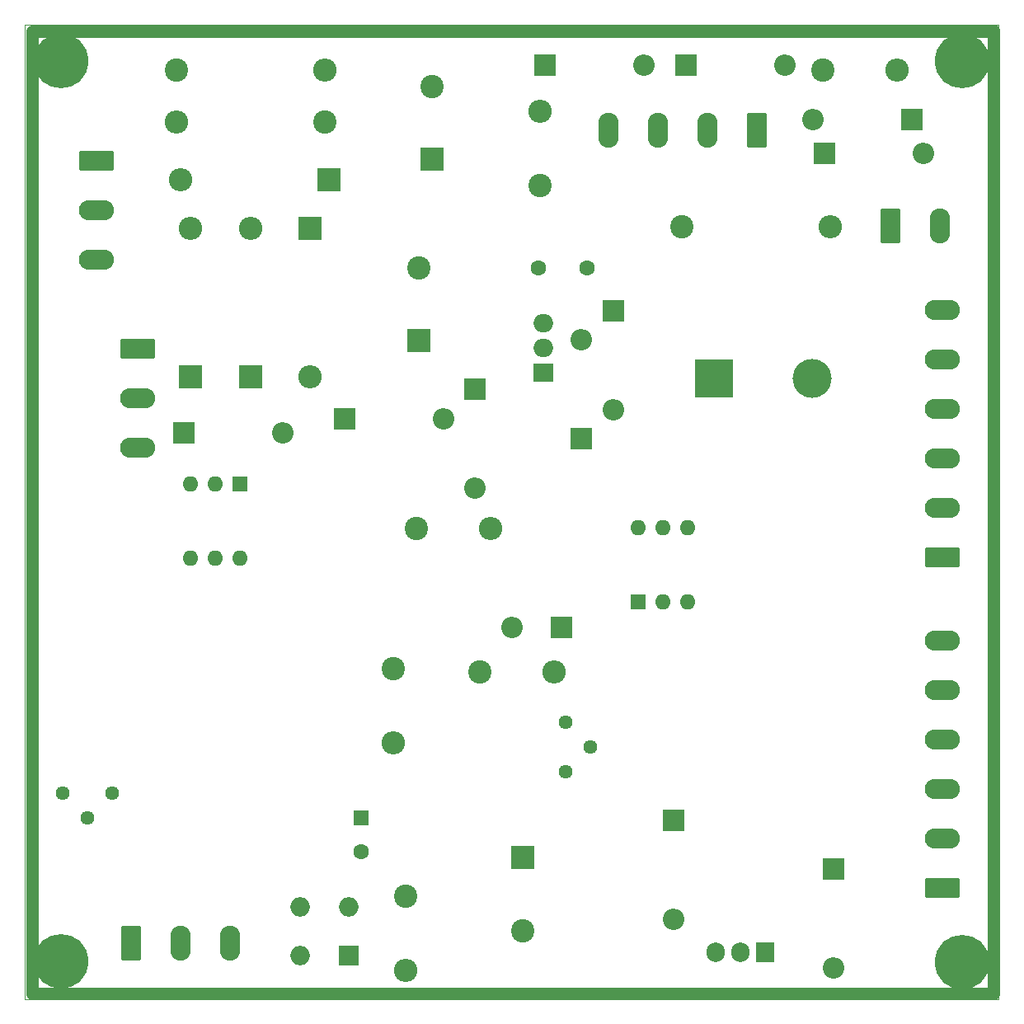
<source format=gbr>
%TF.GenerationSoftware,KiCad,Pcbnew,8.0.0*%
%TF.CreationDate,2024-02-29T12:59:19+01:00*%
%TF.ProjectId,G1-ALC,47312d41-4c43-42e6-9b69-6361645f7063,rev?*%
%TF.SameCoordinates,Original*%
%TF.FileFunction,Soldermask,Bot*%
%TF.FilePolarity,Negative*%
%FSLAX46Y46*%
G04 Gerber Fmt 4.6, Leading zero omitted, Abs format (unit mm)*
G04 Created by KiCad (PCBNEW 8.0.0) date 2024-02-29 12:59:19*
%MOMM*%
%LPD*%
G01*
G04 APERTURE LIST*
G04 Aperture macros list*
%AMRoundRect*
0 Rectangle with rounded corners*
0 $1 Rounding radius*
0 $2 $3 $4 $5 $6 $7 $8 $9 X,Y pos of 4 corners*
0 Add a 4 corners polygon primitive as box body*
4,1,4,$2,$3,$4,$5,$6,$7,$8,$9,$2,$3,0*
0 Add four circle primitives for the rounded corners*
1,1,$1+$1,$2,$3*
1,1,$1+$1,$4,$5*
1,1,$1+$1,$6,$7*
1,1,$1+$1,$8,$9*
0 Add four rect primitives between the rounded corners*
20,1,$1+$1,$2,$3,$4,$5,0*
20,1,$1+$1,$4,$5,$6,$7,0*
20,1,$1+$1,$6,$7,$8,$9,0*
20,1,$1+$1,$8,$9,$2,$3,0*%
G04 Aperture macros list end*
%ADD10C,1.300000*%
%ADD11C,1.200000*%
%ADD12RoundRect,0.249999X-1.550001X0.790001X-1.550001X-0.790001X1.550001X-0.790001X1.550001X0.790001X0*%
%ADD13O,3.600000X2.080000*%
%ADD14RoundRect,0.249999X-0.790001X-1.550001X0.790001X-1.550001X0.790001X1.550001X-0.790001X1.550001X0*%
%ADD15O,2.080000X3.600000*%
%ADD16RoundRect,0.249999X1.550001X-0.790001X1.550001X0.790001X-1.550001X0.790001X-1.550001X-0.790001X0*%
%ADD17RoundRect,0.249999X0.790001X1.550001X-0.790001X1.550001X-0.790001X-1.550001X0.790001X-1.550001X0*%
%ADD18R,2.400000X2.400000*%
%ADD19C,2.400000*%
%ADD20R,2.200000X2.200000*%
%ADD21O,2.200000X2.200000*%
%ADD22O,2.400000X2.400000*%
%ADD23C,5.600000*%
%ADD24R,1.905000X2.000000*%
%ADD25O,1.905000X2.000000*%
%ADD26R,1.600000X1.600000*%
%ADD27O,1.600000X1.600000*%
%ADD28R,4.000000X4.000000*%
%ADD29C,4.000000*%
%ADD30C,1.600000*%
%ADD31R,2.000000X2.000000*%
%ADD32O,2.000000X2.000000*%
%ADD33C,1.440000*%
%ADD34R,2.000000X1.905000*%
%ADD35O,2.000000X1.905000*%
%TA.AperFunction,Profile*%
%ADD36C,0.100000*%
%TD*%
G04 APERTURE END LIST*
D10*
X50750000Y-25720000D02*
X50750000Y-124500000D01*
X50750000Y-124500000D02*
X149250000Y-124500000D01*
X50750000Y-25750000D02*
X149250000Y-25750000D01*
D11*
X148794000Y-25750000D02*
X50750000Y-25750000D01*
D10*
X149500000Y-25620000D02*
X149500000Y-124500000D01*
D12*
%TO.C,J102*%
X57343500Y-38977500D03*
D13*
X57343500Y-44057500D03*
X57343500Y-49137500D03*
%TD*%
D14*
%TO.C,J101*%
X60960000Y-119340500D03*
D15*
X66040000Y-119340500D03*
X71120000Y-119340500D03*
%TD*%
D16*
%TO.C,J107*%
X144222500Y-113700000D03*
D13*
X144222500Y-108620000D03*
X144222500Y-103540000D03*
X144222500Y-98460000D03*
X144222500Y-93380000D03*
X144222500Y-88300000D03*
%TD*%
D16*
%TO.C,J108*%
X144222500Y-79700000D03*
D13*
X144222500Y-74620000D03*
X144222500Y-69540000D03*
X144222500Y-64460000D03*
X144222500Y-59380000D03*
X144222500Y-54300000D03*
%TD*%
D14*
%TO.C,J104*%
X138960000Y-45722500D03*
D15*
X144040000Y-45722500D03*
%TD*%
D17*
%TO.C,J103*%
X125222000Y-35853500D03*
D15*
X120142000Y-35853500D03*
X115062000Y-35853500D03*
X109982000Y-35853500D03*
%TD*%
D12*
%TO.C,J105*%
X61638700Y-58343800D03*
D13*
X61638700Y-63423800D03*
X61638700Y-68503800D03*
%TD*%
D18*
%TO.C,C105*%
X101142800Y-110559200D03*
D19*
X101142800Y-118059200D03*
%TD*%
D20*
%TO.C,D301*%
X110500000Y-54420000D03*
D21*
X110500000Y-64580000D03*
%TD*%
D19*
%TO.C,RLK1*%
X87824000Y-91135367D03*
D22*
X87824000Y-98755367D03*
%TD*%
D23*
%TO.C,H104*%
X146250000Y-121326000D03*
%TD*%
D24*
%TO.C,U101*%
X126034800Y-120294400D03*
D25*
X123494800Y-120294400D03*
X120954800Y-120294400D03*
%TD*%
D26*
%TO.C,U301*%
X112975000Y-84300000D03*
D27*
X115515000Y-84300000D03*
X118055000Y-84300000D03*
X118055000Y-76680000D03*
X115515000Y-76680000D03*
X112975000Y-76680000D03*
%TD*%
D18*
%TO.C,D103*%
X73230000Y-61230000D03*
D22*
X73230000Y-45990000D03*
%TD*%
D20*
%TO.C,D120*%
X133096000Y-111760000D03*
D21*
X133096000Y-121920000D03*
%TD*%
D28*
%TO.C,C103*%
X120839775Y-61384316D03*
D29*
X130839775Y-61384316D03*
%TD*%
D19*
%TO.C,R103*%
X131965000Y-29710000D03*
D22*
X139585000Y-29710000D03*
%TD*%
D23*
%TO.C,H103*%
X53750000Y-121250000D03*
%TD*%
D20*
%TO.C,D110*%
X141080000Y-34750000D03*
D21*
X130920000Y-34750000D03*
%TD*%
D20*
%TO.C,D119*%
X116669476Y-106783000D03*
D21*
X116669476Y-116943000D03*
%TD*%
D26*
%TO.C,U103*%
X72121000Y-72229500D03*
D27*
X69581000Y-72229500D03*
X67041000Y-72229500D03*
X67041000Y-79849500D03*
X69581000Y-79849500D03*
X72121000Y-79849500D03*
%TD*%
D20*
%TO.C,D118*%
X105116182Y-86928000D03*
D21*
X100036182Y-86928000D03*
%TD*%
D20*
%TO.C,D111*%
X132170000Y-38250000D03*
D21*
X142330000Y-38250000D03*
%TD*%
D19*
%TO.C,R110*%
X96715000Y-91500000D03*
D22*
X104335000Y-91500000D03*
%TD*%
D18*
%TO.C,D104*%
X81280000Y-40960000D03*
D22*
X66040000Y-40960000D03*
%TD*%
D19*
%TO.C,R101*%
X65560000Y-29660000D03*
D22*
X80800000Y-29660000D03*
%TD*%
D20*
%TO.C,D114*%
X107193376Y-67580000D03*
D21*
X107193376Y-57420000D03*
%TD*%
D19*
%TO.C,R105*%
X90215000Y-76750000D03*
D22*
X97835000Y-76750000D03*
%TD*%
D20*
%TO.C,D112*%
X117920000Y-29210000D03*
D21*
X128080000Y-29210000D03*
%TD*%
D30*
%TO.C,C104*%
X107750000Y-50000000D03*
X102750000Y-50000000D03*
%TD*%
D20*
%TO.C,D115*%
X82910000Y-65500000D03*
D21*
X93070000Y-65500000D03*
%TD*%
D19*
%TO.C,R102*%
X80800000Y-35050000D03*
D22*
X65560000Y-35050000D03*
%TD*%
D18*
%TO.C,C101*%
X90500000Y-57500000D03*
D19*
X90500000Y-50000000D03*
%TD*%
%TO.C,R107*%
X102920800Y-41537400D03*
D22*
X102920800Y-33917400D03*
%TD*%
D19*
%TO.C,R104*%
X117460000Y-45770000D03*
D22*
X132700000Y-45770000D03*
%TD*%
D31*
%TO.C,BR101*%
X83272000Y-120610000D03*
D32*
X83272000Y-115610000D03*
X78272000Y-115610000D03*
X78272000Y-120610000D03*
%TD*%
D20*
%TO.C,D113*%
X103420000Y-29210000D03*
D21*
X113580000Y-29210000D03*
%TD*%
D18*
%TO.C,C102*%
X91821000Y-38869000D03*
D19*
X91821000Y-31369000D03*
%TD*%
D33*
%TO.C,RV103*%
X105540476Y-101740000D03*
X108080476Y-99200000D03*
X105540476Y-96660000D03*
%TD*%
D18*
%TO.C,D101*%
X79320000Y-45960000D03*
D22*
X79320000Y-61200000D03*
%TD*%
D23*
%TO.C,H101*%
X146250000Y-28750000D03*
%TD*%
D26*
%TO.C,C107*%
X84582000Y-106482000D03*
D30*
X84582000Y-109982000D03*
%TD*%
D33*
%TO.C,RV101*%
X53950000Y-103945000D03*
X56490000Y-106485000D03*
X59030000Y-103945000D03*
%TD*%
D34*
%TO.C,Q101*%
X103250000Y-60750000D03*
D35*
X103250000Y-58210000D03*
X103250000Y-55670000D03*
%TD*%
D23*
%TO.C,H102*%
X53750000Y-28750000D03*
%TD*%
D20*
%TO.C,D117*%
X66370000Y-66910000D03*
D21*
X76530000Y-66910000D03*
%TD*%
D18*
%TO.C,D102*%
X67070000Y-61230000D03*
D22*
X67070000Y-45990000D03*
%TD*%
D19*
%TO.C,R109*%
X89154000Y-114571000D03*
D22*
X89154000Y-122191000D03*
%TD*%
D20*
%TO.C,D116*%
X96250000Y-62420000D03*
D21*
X96250000Y-72580000D03*
%TD*%
D36*
X50034000Y-25000000D02*
X150000000Y-25000000D01*
X150000000Y-125076000D01*
X50034000Y-125076000D01*
X50034000Y-25000000D01*
M02*

</source>
